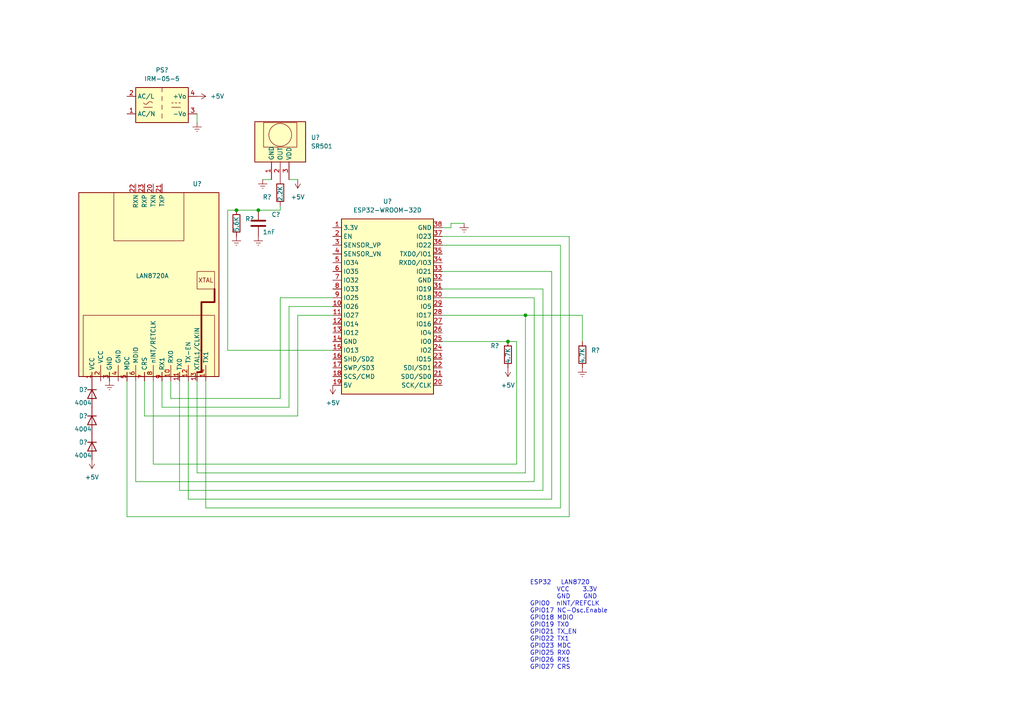
<source format=kicad_sch>
(kicad_sch (version 20211123) (generator eeschema)
  (paper "A4")
  (title_block (title "Alarme ESP32-Vroom-LAN8720") (date "2024-07-30") (rev "V1"))
  (lib_symbols
    (symbol "Converter_ACDC:IRM-05-5"
      (property "Reference" "PS" (at 0 6.35 0))
      (property "Value" "IRM-05-5" (at 0 -6.35 0))
      (symbol "IRM-05-5_0_1"
        (rectangle (start -7.62 5.08) (end 7.62 -5.08) (stroke (width 0.254)) (fill (type background)))
        (arc (start -5.334 0.635) (mid -4.699 0.2495) (end -4.064 0.635))
        (arc (start -2.794 0.635) (mid -3.429 1.0072) (end -4.064 0.635))
        (polyline (pts (xy -5.334 -0.635) (xy -2.794 -0.635)))
        (polyline (pts (xy 0 -2.54) (xy 0 -3.81)))
        (polyline (pts (xy 0 0) (xy 0 -1.27)))
        (polyline (pts (xy 0 2.54) (xy 0 1.27)))
        (polyline (pts (xy 0 5.08) (xy 0 3.81)))
        (polyline (pts (xy 2.794 -0.635) (xy 5.334 -0.635)))
        (polyline (pts (xy 2.794 0.635) (xy 3.302 0.635)))
        (polyline (pts (xy 3.81 0.635) (xy 4.318 0.635)))
        (polyline (pts (xy 4.826 0.635) (xy 5.334 0.635)))
      )
      (symbol "IRM-05-5_1_1"
        (pin power_in line (at -10.16 -2.54 0) (length 2.54) (name "AC/N") (number "1"))
        (pin power_in line (at -10.16 2.54 0) (length 2.54) (name "AC/L") (number "2"))
        (pin power_out line (at 10.16 -2.54 180) (length 2.54) (name "-Vo") (number "3"))
        (pin power_out line (at 10.16 2.54 180) (length 2.54) (name "+Vo") (number "4"))
      )
    )
    (symbol "Device:C" (pin_numbers hide) (pin_names (offset 0.254))
      (property "Reference" "C" (at 0.635 2.54 0))
      (property "Value" "C" (at 0.635 -2.54 0))
      (symbol "C_0_1"
        (polyline (pts (xy -2.032 -0.762) (xy 2.032 -0.762)) (stroke (width 0.508)))
        (polyline (pts (xy -2.032 0.762) (xy 2.032 0.762)) (stroke (width 0.508)))
      )
      (symbol "C_1_1"
        (pin passive line (at 0 3.81 270) (length 2.794) (name "~") (number "1"))
        (pin passive line (at 0 -3.81 90) (length 2.794) (name "~") (number "2"))
      )
    )
    (symbol "Device:D" (pin_numbers hide) (pin_names (offset 1.016) hide)
      (property "Reference" "D" (at 0 2.54 0))
      (property "Value" "D" (at 0 -2.54 0))
      (symbol "D_0_1"
        (polyline (pts (xy -1.27 1.27) (xy -1.27 -1.27)) (stroke (width 0.254)))
        (polyline (pts (xy 1.27 0) (xy -1.27 0)))
        (polyline (pts (xy 1.27 1.27) (xy 1.27 -1.27) (xy -1.27 0) (xy 1.27 1.27)) (stroke (width 0.254)))
      )
      (symbol "D_1_1"
        (pin passive line (at -3.81 0 0) (length 2.54) (name "K") (number "1"))
        (pin passive line (at 3.81 0 180) (length 2.54) (name "A") (number "2"))
      )
    )
    (symbol "Device:R" (pin_numbers hide) (pin_names (offset 0))
      (property "Reference" "R" (at 2.032 0 90))
      (property "Value" "R" (at 0 0 90))
      (symbol "R_0_1"
        (rectangle (start -1.016 -2.54) (end 1.016 2.54) (stroke (width 0.254)))
      )
      (symbol "R_1_1"
        (pin passive line (at 0 3.81 270) (length 1.27) (name "~") (number "1"))
        (pin passive line (at 0 -3.81 90) (length 1.27) (name "~") (number "2"))
      )
    )
    (symbol "esp32-wroom-38_broches:ESP32-WROOM-32D"
      (property "Reference" "U" (at -5.08 17.78 0))
      (property "Value" "ESP32-WROOM-32D" (at 3.81 5.08 0))
      (symbol "ESP32-WROOM-32D_0_1"
        (rectangle (start 6.35 2.54) (end 33.02 -48.26) (stroke (width 0.254)) (fill (type background)))
      )
      (symbol "ESP32-WROOM-32D_1_1"
        (pin power_in line (at 3.81 0 0) (length 2.54) (name "3.3V") (number "1"))
        (pin bidirectional line (at 3.81 -22.86 0) (length 2.54) (name "IO26") (number "10"))
        (pin bidirectional line (at 3.81 -25.4 0) (length 2.54) (name "IO27") (number "11"))
        (pin bidirectional line (at 3.81 -27.94 0) (length 2.54) (name "IO14") (number "12"))
        (pin bidirectional line (at 3.81 -30.48 0) (length 2.54) (name "IO12") (number "13"))
        (pin power_out line (at 3.81 -33.02 0) (length 2.54) (name "GND") (number "14"))
        (pin bidirectional line (at 3.81 -35.56 0) (length 2.54) (name "IO13") (number "15"))
        (pin bidirectional line (at 3.81 -38.1 0) (length 2.54) (name "SHD/SD2") (number "16"))
        (pin bidirectional line (at 3.81 -40.64 0) (length 2.54) (name "SWP/SD3") (number "17"))
        (pin bidirectional line (at 3.81 -43.18 0) (length 2.54) (name "SCS/CMD") (number "18"))
        (pin power_in line (at 3.81 -45.72 0) (length 2.54) (name "5V") (number "19"))
        (pin input line (at 3.81 -2.54 0) (length 2.54) (name "EN") (number "2"))
        (pin bidirectional line (at 35.56 -45.72 180) (length 2.54) (name "SCK/CLK") (number "20"))
        (pin bidirectional line (at 35.56 -43.18 180) (length 2.54) (name "SDO/SD0") (number "21"))
        (pin bidirectional line (at 35.56 -40.64 180) (length 2.54) (name "SDI/SD1") (number "22"))
        (pin bidirectional line (at 35.56 -38.1 180) (length 2.54) (name "IO15") (number "23"))
        (pin bidirectional line (at 35.56 -35.56 180) (length 2.54) (name "IO2") (number "24"))
        (pin bidirectional line (at 35.56 -33.02 180) (length 2.54) (name "IO0") (number "25"))
        (pin bidirectional line (at 35.56 -30.48 180) (length 2.54) (name "IO4") (number "26"))
        (pin bidirectional line (at 35.56 -27.94 180) (length 2.54) (name "IO16") (number "27"))
        (pin bidirectional line (at 35.56 -25.4 180) (length 2.54) (name "IO17") (number "28"))
        (pin bidirectional line (at 35.56 -22.86 180) (length 2.54) (name "IO5") (number "29"))
        (pin input line (at 3.81 -5.08 0) (length 2.54) (name "SENSOR_VP") (number "3"))
        (pin bidirectional line (at 35.56 -20.32 180) (length 2.54) (name "IO18") (number "30"))
        (pin bidirectional line (at 35.56 -17.78 180) (length 2.54) (name "IO19") (number "31"))
        (pin power_out line (at 35.56 -15.24 180) (length 2.54) (name "GND") (number "32"))
        (pin bidirectional line (at 35.56 -12.7 180) (length 2.54) (name "IO21") (number "33"))
        (pin bidirectional line (at 35.56 -10.16 180) (length 2.54) (name "RXD0/IO3") (number "34"))
        (pin bidirectional line (at 35.56 -7.62 180) (length 2.54) (name "TXD0/IO1") (number "35"))
        (pin bidirectional line (at 35.56 -5.08 180) (length 2.54) (name "IO22") (number "36"))
        (pin bidirectional line (at 35.56 -2.54 180) (length 2.54) (name "IO23") (number "37"))
        (pin power_out line (at 35.56 0 180) (length 2.54) (name "GND") (number "38"))
        (pin input line (at 3.81 -7.62 0) (length 2.54) (name "SENSOR_VN") (number "4"))
        (pin input line (at 3.81 -10.16 0) (length 2.54) (name "IO34") (number "5"))
        (pin input line (at 3.81 -12.7 0) (length 2.54) (name "IO35") (number "6"))
        (pin bidirectional line (at 3.81 -15.24 0) (length 2.54) (name "IO32") (number "7"))
        (pin bidirectional line (at 3.81 -17.78 0) (length 2.54) (name "IO33") (number "8"))
        (pin bidirectional line (at 3.81 -20.32 0) (length 2.54) (name "IO25") (number "9"))
      )
    )
    (symbol "lan8720aMod:LAN8720A"
      (property "Reference" "U?" (at -5.08 31.75 0))
      (property "Value" "LAN8720A" (at 17.78 -25.4 0))
      (symbol "LAN8720A_0_0"
        (text "XTAL" (at 11.43 1.27 0) (effects (font (size 1.27 1.27))))
      )
      (symbol "LAN8720A_0_1"
        (rectangle (start -25.4 26.67) (end 15.24 -26.67) (stroke (width 0.254)) (fill (type background)))
        (polyline (pts (xy -24.13 -26.67) (xy -24.13 -8.89) (xy 13.97 -8.89) (xy 13.97 -26.67)))
        (polyline (pts (xy -15.24 26.67) (xy -15.24 12.7) (xy 5.08 12.7) (xy 5.08 26.67)))
        (polyline (pts (xy 8.89 -25.4) (xy 10.16 -25.4) (xy 10.16 -5.08) (xy 13.97 -5.08) (xy 13.97 -1.27)) (stroke (width 0.5)))
        (rectangle (start 13.97 -1.27) (end 8.89 3.81))
      )
      (symbol "LAN8720A_1_1"
        (pin power_in line (at -21.59 -27.94 90) (length 2.54) (name "VCC") (number "1"))
        (pin output line (at 1.27 -27.94 90) (length 4.54) (name "RX0") (number "10"))
        (pin input line (at 3.81 -27.94 90) (length 2.54) (name "TX0") (number "11"))
        (pin input line (at 6.35 -27.94 90) (length 4.54) (name "TX-EN") (number "12"))
        (pin passive line (at 8.89 -27.94 90) (length 2.54) (name "XTAL1/CLKIN") (number "13"))
        (pin input line (at 11.43 -27.94 90) (length 4.54) (name "TX1") (number "14"))
        (pin power_in line (at -19.05 -27.94 90) (length 4.54) (name "VCC") (number "2"))
        (pin output line (at -3.81 29.21 270) (length 2.54) (name "TXN") (number "20"))
        (pin output line (at -1.27 29.21 270) (length 2.54) (name "TXP") (number "21"))
        (pin output line (at -8.89 29.21 270) (length 2.54) (name "RXN") (number "22"))
        (pin output line (at -6.35 29.21 270) (length 2.54) (name "RXP") (number "23"))
        (pin power_in line (at -16.51 -27.94 90) (length 2.54) (name "GND") (number "3"))
        (pin power_in line (at -13.97 -27.94 90) (length 4.54) (name "GND") (number "4"))
        (pin input line (at -11.43 -27.94 90) (length 2.54) (name "MDC") (number "5"))
        (pin output line (at -8.89 -27.94 90) (length 4.54) (name "MDIO") (number "6"))
        (pin output line (at -6.35 -27.94 90) (length 2.54) (name "CRS") (number "7"))
        (pin output line (at -3.81 -27.94 90) (length 4.54) (name "nINT/RETCLK") (number "8"))
        (pin output line (at -1.27 -27.94 90) (length 2.54) (name "RX1") (number "9"))
      )
    )
    (symbol "pir_sr501:SR501"
      (property "Reference" "U" (at -4.318 4.064 0))
      (property "Value" "SR501" (at 5.08 4.064 0))
      (symbol "SR501_0_1"
        (rectangle (start -7.366 1.524) (end 7.366 -10.16) (stroke (width 0.254)) (fill (type background)))
        (rectangle (start -4.826 1.27) (end 4.826 -5.842))
        (circle (center 0 -2.286) (radius 3.302))
      )
      (symbol "SR501_1_1"
        (pin power_in line (at -2.54 -15.24 90) (length 5.08) (name "GND") (number "1"))
        (pin bidirectional line (at 0 -15.24 90) (length 5.08) (name "OUT") (number "2"))
        (pin power_in line (at 2.54 -15.24 90) (length 5.08) (name "VDD") (number "3"))
      )
    )
    (symbol "power:+5V" (power) (pin_names (offset 0))
      (property "Value" "+5V" (at 0 3.556 0))
      (symbol "+5V_0_1"
        (polyline (pts (xy -0.762 1.27) (xy 0 2.54)))
        (polyline (pts (xy 0 0) (xy 0 2.54)))
        (polyline (pts (xy 0 2.54) (xy 0.762 1.27)))
      )
      (symbol "+5V_1_1"
        (pin power_in line (at 0 0 90) (length 0) hide (name "+5V") (number "1"))
      )
    )
    (symbol "power:GNDREF" (power) (pin_names (offset 0))
      (property "Value" "GNDREF" (at 0 -3.81 0))
      (symbol "GNDREF_0_1"
        (polyline (pts (xy -0.635 -1.905) (xy 0.635 -1.905)))
        (polyline (pts (xy -0.127 -2.54) (xy 0.127 -2.54)))
        (polyline (pts (xy 0 -1.27) (xy 0 0)))
        (polyline (pts (xy 1.27 -1.27) (xy -1.27 -1.27)))
      )
      (symbol "GNDREF_1_1"
        (pin power_in line (at 0 0 270) (length 0) hide (name "GNDREF") (number "1"))
      )
    )
  )
  (junction (at 74.93 60.96))
  (junction (at 68.58 60.96))
  (junction (at 147.32 99.06))
  (junction (at 152.4 91.44))
  (wire (pts (xy 128.27 86.36) (xy 154.94 86.36)))
  (wire (pts (xy 46.99 118.11) (xy 46.99 110.49)))
  (wire (pts (xy 76.2 52.07) (xy 78.74 52.07)))
  (wire (pts (xy 168.91 91.44) (xy 168.91 99.06)))
  (wire (pts (xy 83.82 118.11) (xy 46.99 118.11)))
  (wire (pts (xy 57.15 110.49) (xy 57.15 137.16)))
  (wire (pts (xy 39.37 110.49) (xy 39.37 139.7)))
  (wire (pts (xy 128.27 71.12) (xy 162.56 71.12)))
  (wire (pts (xy 57.15 33.02) (xy 57.15 35.56)))
  (wire (pts (xy 130.81 64.77) (xy 134.62 64.77)))
  (wire (pts (xy 54.61 144.78) (xy 54.61 110.49)))
  (wire (pts (xy 128.27 66.04) (xy 130.81 66.04)))
  (wire (pts (xy 157.48 83.82) (xy 157.48 142.24)))
  (wire (pts (xy 128.27 83.82) (xy 157.48 83.82)))
  (wire (pts (xy 36.83 149.86) (xy 36.83 110.49)))
  (wire (pts (xy 128.27 78.74) (xy 160.02 78.74)))
  (wire (pts (xy 152.4 91.44) (xy 152.4 137.16)))
  (wire (pts (xy 152.4 137.16) (xy 57.15 137.16)))
  (wire (pts (xy 49.53 115.57) (xy 49.53 110.49)))
  (wire (pts (xy 96.52 91.44) (xy 86.36 91.44)))
  (wire (pts (xy 160.02 78.74) (xy 160.02 144.78)))
  (wire (pts (xy 86.36 52.07) (xy 83.82 52.07)))
  (wire (pts (xy 44.45 134.62) (xy 44.45 110.49)))
  (wire (pts (xy 162.56 71.12) (xy 162.56 147.32)))
  (wire (pts (xy 154.94 86.36) (xy 154.94 139.7)))
  (wire (pts (xy 147.32 99.06) (xy 149.86 99.06)))
  (wire (pts (xy 66.04 101.6) (xy 96.52 101.6)))
  (wire (pts (xy 68.58 60.96) (xy 74.93 60.96)))
  (wire (pts (xy 130.81 66.04) (xy 130.81 64.77)))
  (wire (pts (xy 165.1 149.86) (xy 36.83 149.86)))
  (wire (pts (xy 66.04 60.96) (xy 66.04 101.6)))
  (wire (pts (xy 157.48 142.24) (xy 52.07 142.24)))
  (wire (pts (xy 128.27 91.44) (xy 152.4 91.44)))
  (wire (pts (xy 83.82 88.9) (xy 83.82 118.11)))
  (wire (pts (xy 149.86 99.06) (xy 149.86 134.62)))
  (wire (pts (xy 81.28 59.69) (xy 81.28 60.96)))
  (wire (pts (xy 128.27 68.58) (xy 165.1 68.58)))
  (wire (pts (xy 152.4 91.44) (xy 168.91 91.44)))
  (wire (pts (xy 86.36 120.65) (xy 41.91 120.65)))
  (wire (pts (xy 154.94 139.7) (xy 39.37 139.7)))
  (wire (pts (xy 96.52 86.36) (xy 81.28 86.36)))
  (wire (pts (xy 160.02 144.78) (xy 54.61 144.78)))
  (wire (pts (xy 81.28 115.57) (xy 49.53 115.57)))
  (wire (pts (xy 41.91 120.65) (xy 41.91 110.49)))
  (wire (pts (xy 74.93 60.96) (xy 81.28 60.96)))
  (wire (pts (xy 52.07 142.24) (xy 52.07 110.49)))
  (wire (pts (xy 66.04 60.96) (xy 68.58 60.96)))
  (wire (pts (xy 81.28 86.36) (xy 81.28 115.57)))
  (wire (pts (xy 162.56 147.32) (xy 59.69 147.32)))
  (wire (pts (xy 96.52 88.9) (xy 83.82 88.9)))
  (wire (pts (xy 86.36 91.44) (xy 86.36 120.65)))
  (wire (pts (xy 149.86 134.62) (xy 44.45 134.62)))
  (wire (pts (xy 165.1 68.58) (xy 165.1 149.86)))
  (wire (pts (xy 128.27 99.06) (xy 147.32 99.06)))
  (wire (pts (xy 59.69 147.32) (xy 59.69 110.49)))
  (text "ESP32   LAN8720\n        VCC    3.3V\n        GND    GND\nGPIO0  nINT/REFCLK\nGPIO17 NC-Osc.Enable\nGPIO18 MDIO\nGPIO19 TX0\nGPIO21 TX_EN\nGPIO22 TX1\nGPIO23 MDC\nGPIO25 RX0\nGPIO26 RX1\nGPIO27 CRS\n" (at 153.67 194.31 0) (effects (font (size 1.27 1.27)) (justify left bottom)))
  (symbol (lib_id "Device:D") (at 26.67 129.54 270) (unit 1)
    (property "Reference" "D?" (at 22.86 128.27 90) (effects (justify left)))
    (property "Value" "4004" (at 21.59 132.08 90) (effects (justify left)))
  )
  (symbol (lib_id "power:+5V") (at 57.15 27.94 270) (unit 1)
    (property "Reference" "#PWR?" (effects hide))
    (property "Value" "+5V" (at 60.96 27.9399 90) (effects (justify left)))
  )
  (symbol (lib_id "Device:C") (at 74.93 64.77 0) (unit 1)
    (property "Reference" "C?" (at 78.74 62.23 0) (effects (justify left)))
    (property "Value" "1nF" (at 76.2 67.31 0) (effects (justify left)))
  )
  (symbol (lib_id "power:+5V") (at 26.67 133.35 0) (mirror x) (unit 1)
    (property "Reference" "#PWR?" (effects hide))
    (property "Value" "+5V" (at 26.67 138.43 0))
  )
  (symbol (lib_id "power:GNDREF") (at 68.58 68.58 0) (unit 1)
    (property "Reference" "#PWR?" (effects hide))
    (property "Value" "GNDREF" (effects hide))
  )
  (symbol (lib_id "esp32-wroom-38_broches:ESP32-WROOM-32D") (at 92.71 66.04 0) (unit 1)
    (property "Reference" "U?" (at 112.395 58.42 0))
    (property "Value" "ESP32-WROOM-32D" (at 112.395 60.96 0))
    (property "Footprint" "ESP32-WROOM-38_broches" (effects hide))
    (property "Datasheet" "https://www.espressif.com/sites/default/files/documentation/esp32-wroom-32d_esp32-wroom-32u_datasheet_en.pdf" (effects hide))
  )
  (symbol (lib_id "power:GNDREF") (at 168.91 106.68 0) (unit 1)
    (property "Reference" "#PWR?" (effects hide))
    (property "Value" "GNDREF" (effects hide))
  )
  (symbol (lib_id "power:+5V") (at 86.36 52.07 0) (mirror x) (unit 1)
    (property "Reference" "#PWR?" (effects hide))
    (property "Value" "+5V" (at 86.36 57.15 0))
  )
  (symbol (lib_id "Device:D") (at 26.67 121.92 270) (unit 1)
    (property "Reference" "D?" (at 22.86 120.65 90) (effects (justify left)))
    (property "Value" "4004" (at 21.59 124.46 90) (effects (justify left)))
  )
  (symbol (lib_id "power:GNDREF") (at 134.62 64.77 0) (unit 1)
    (property "Reference" "#PWR?" (effects hide))
    (property "Value" "GNDREF" (effects hide))
  )
  (symbol (lib_id "power:GNDREF") (at 76.2 52.07 0) (unit 1)
    (property "Reference" "#PWR?" (effects hide))
    (property "Value" "GNDREF" (effects hide))
  )
  (symbol (lib_id "Converter_ACDC:IRM-05-5") (at 46.99 30.48 0) (unit 1)
    (property "Reference" "PS?" (at 46.99 20.32 0))
    (property "Value" "IRM-05-5" (at 46.99 22.86 0))
    (property "Footprint" "Converter_ACDC:Converter_ACDC_MeanWell_IRM-05-xx_THT" (effects hide))
    (property "Datasheet" "https://www.meanwell.com/Upload/PDF/IRM-05/IRM-05-SPEC.PDF" (effects hide))
  )
  (symbol (lib_id "Device:R") (at 147.32 102.87 0) (unit 1)
    (property "Reference" "R?" (at 142.24 100.33 0) (effects (justify left)))
    (property "Value" "4.7K" (at 147.32 105.41 90) (effects (justify left)))
  )
  (symbol (lib_id "pir_sr501:SR501") (at 81.28 36.83 0) (unit 1)
    (property "Reference" "U?" (at 90.17 39.8779 0) (effects (justify left)))
    (property "Value" "SR501" (at 90.17 42.4179 0) (effects (justify left)))
    (property "Footprint" "SR501" (effects hide))
  )
  (symbol (lib_id "Device:R") (at 168.91 102.87 0) (unit 1)
    (property "Reference" "R?" (at 171.45 101.5999 0) (effects (justify left)))
    (property "Value" "4.7K" (at 168.91 105.41 90) (effects (justify left)))
  )
  (symbol (lib_id "power:+5V") (at 147.32 106.68 0) (mirror x) (unit 1)
    (property "Reference" "#PWR?" (effects hide))
    (property "Value" "+5V" (at 147.32 111.76 0))
  )
  (symbol (lib_id "Device:D") (at 26.67 114.3 270) (unit 1)
    (property "Reference" "D?" (at 22.86 113.03 90) (effects (justify left)))
    (property "Value" "4004" (at 21.59 116.84 90) (effects (justify left)))
  )
  (symbol (lib_id "power:+5V") (at 96.52 111.76 0) (mirror x) (unit 1)
    (property "Reference" "#PWR?" (effects hide))
    (property "Value" "+5V" (at 96.52 116.84 0))
  )
  (symbol (lib_id "power:GNDREF") (at 31.75 110.49 0) (unit 1)
    (property "Reference" "#PWR?" (effects hide))
    (property "Value" "GNDREF" (effects hide))
  )
  (symbol (lib_id "power:GNDREF") (at 57.15 35.56 0) (unit 1)
    (property "Reference" "#PWR?" (effects hide))
    (property "Value" "GNDREF" (effects hide))
  )
  (symbol (lib_id "power:GNDREF") (at 74.93 68.58 0) (unit 1)
    (property "Reference" "#PWR?" (effects hide))
    (property "Value" "GNDREF" (effects hide))
  )
  (symbol (lib_id "Device:R") (at 81.28 55.88 0) (unit 1)
    (property "Reference" "R?" (at 76.2 57.15 0) (effects (justify left)))
    (property "Value" "2.2K" (at 81.28 58.42 90) (effects (justify left)))
  )
  (symbol (lib_id "lan8720aMod:LAN8720A") (at 48.26 82.55 0) (unit 1)
    (property "Reference" "U?" (at 55.88 53.34 0) (effects (justify left)))
    (property "Value" "LAN8720A" (at 39.37 80.01 0) (effects (justify left)))
    (property "Footprint" "Package_DFN_QFN:QFN-24-1EP_4x4mm_P0.5mm_EP2.6x2.6mm" (effects hide))
    (property "Datasheet" "http://ww1.microchip.com/downloads/en/DeviceDoc/8720a.pdf" (effects hide))
  )
  (symbol (lib_id "Device:R") (at 68.58 64.77 0) (unit 1)
    (property "Reference" "R?" (at 71.12 63.4999 0) (effects (justify left)))
    (property "Value" "5.6K" (at 68.58 67.31 90) (effects (justify left)))
  )
)
</source>
